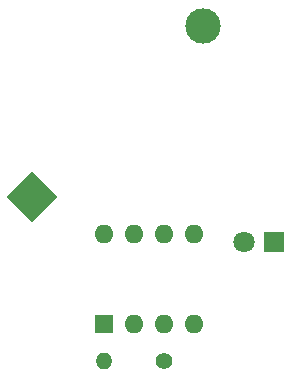
<source format=gbr>
%TF.GenerationSoftware,KiCad,Pcbnew,7.0.8*%
%TF.CreationDate,2024-02-12T20:34:51+01:00*%
%TF.ProjectId,tiny-plant-sensor,74696e79-2d70-46c6-916e-742d73656e73,rev?*%
%TF.SameCoordinates,Original*%
%TF.FileFunction,Soldermask,Bot*%
%TF.FilePolarity,Negative*%
%FSLAX46Y46*%
G04 Gerber Fmt 4.6, Leading zero omitted, Abs format (unit mm)*
G04 Created by KiCad (PCBNEW 7.0.8) date 2024-02-12 20:34:51*
%MOMM*%
%LPD*%
G01*
G04 APERTURE LIST*
G04 Aperture macros list*
%AMRotRect*
0 Rectangle, with rotation*
0 The origin of the aperture is its center*
0 $1 length*
0 $2 width*
0 $3 Rotation angle, in degrees counterclockwise*
0 Add horizontal line*
21,1,$1,$2,0,0,$3*%
G04 Aperture macros list end*
%ADD10R,1.800000X1.800000*%
%ADD11C,1.800000*%
%ADD12R,1.600000X1.600000*%
%ADD13O,1.600000X1.600000*%
%ADD14C,1.400000*%
%ADD15O,1.400000X1.400000*%
%ADD16RotRect,3.000000X3.000000X45.000000*%
%ADD17C,3.000000*%
G04 APERTURE END LIST*
D10*
%TO.C,D101*%
X111275000Y-61000000D03*
D11*
X108735000Y-61000000D03*
%TD*%
D12*
%TO.C,U101*%
X96877338Y-67940937D03*
D13*
X99417338Y-67940937D03*
X101957338Y-67940937D03*
X104497338Y-67940937D03*
X104497338Y-60320937D03*
X101957338Y-60320937D03*
X99417338Y-60320937D03*
X96877338Y-60320937D03*
%TD*%
D14*
%TO.C,R101*%
X101948413Y-71073331D03*
D15*
X96868413Y-71073331D03*
%TD*%
D16*
%TO.C,BT101*%
X90764609Y-57235390D03*
D17*
X105253227Y-42746772D03*
%TD*%
M02*

</source>
